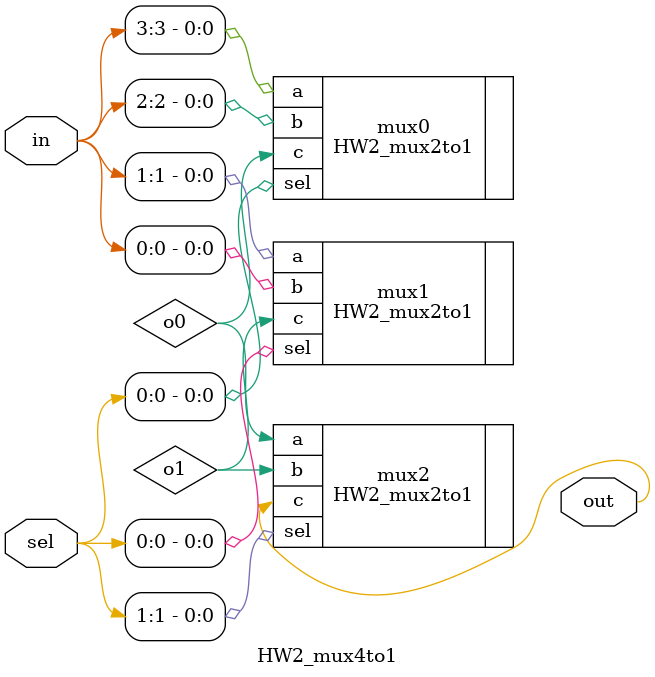
<source format=v>
module HW2_mux4to1 (in, sel, out);
    input [3:0] in;
    input [1:0] sel;
    output out;

    wire o0, o1;

    HW2_mux2to1 mux0(.a(in[3]), .b(in[2]), .sel(sel[0]), .c(o0));
    HW2_mux2to1 mux1(.a(in[1]), .b(in[0]), .sel(sel[0]), .c(o1));
    HW2_mux2to1 mux2(.a(o0), .b(o1), .sel(sel[1]), .c(out));

endmodule
</source>
